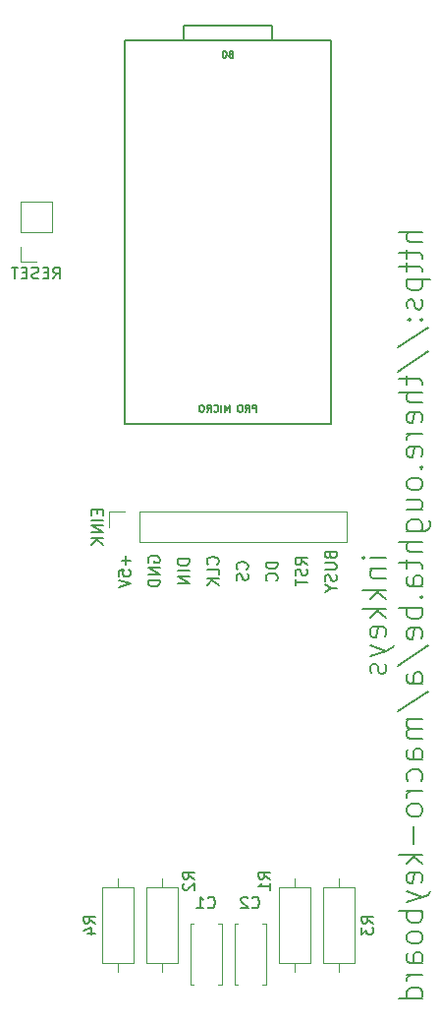
<source format=gbr>
G04 #@! TF.GenerationSoftware,KiCad,Pcbnew,(5.1.9-0-10_14)*
G04 #@! TF.CreationDate,2021-03-16T08:56:42-07:00*
G04 #@! TF.ProjectId,inkkeys,696e6b6b-6579-4732-9e6b-696361645f70,rev?*
G04 #@! TF.SameCoordinates,Original*
G04 #@! TF.FileFunction,Legend,Bot*
G04 #@! TF.FilePolarity,Positive*
%FSLAX46Y46*%
G04 Gerber Fmt 4.6, Leading zero omitted, Abs format (unit mm)*
G04 Created by KiCad (PCBNEW (5.1.9-0-10_14)) date 2021-03-16 08:56:42*
%MOMM*%
%LPD*%
G01*
G04 APERTURE LIST*
%ADD10C,0.150000*%
%ADD11C,0.127000*%
%ADD12C,0.120000*%
G04 APERTURE END LIST*
D10*
X98988571Y-79922857D02*
X99036190Y-80065714D01*
X99083809Y-80113333D01*
X99179047Y-80160952D01*
X99321904Y-80160952D01*
X99417142Y-80113333D01*
X99464761Y-80065714D01*
X99512380Y-79970476D01*
X99512380Y-79589523D01*
X98512380Y-79589523D01*
X98512380Y-79922857D01*
X98560000Y-80018095D01*
X98607619Y-80065714D01*
X98702857Y-80113333D01*
X98798095Y-80113333D01*
X98893333Y-80065714D01*
X98940952Y-80018095D01*
X98988571Y-79922857D01*
X98988571Y-79589523D01*
X98512380Y-80589523D02*
X99321904Y-80589523D01*
X99417142Y-80637142D01*
X99464761Y-80684761D01*
X99512380Y-80780000D01*
X99512380Y-80970476D01*
X99464761Y-81065714D01*
X99417142Y-81113333D01*
X99321904Y-81160952D01*
X98512380Y-81160952D01*
X99464761Y-81589523D02*
X99512380Y-81732380D01*
X99512380Y-81970476D01*
X99464761Y-82065714D01*
X99417142Y-82113333D01*
X99321904Y-82160952D01*
X99226666Y-82160952D01*
X99131428Y-82113333D01*
X99083809Y-82065714D01*
X99036190Y-81970476D01*
X98988571Y-81780000D01*
X98940952Y-81684761D01*
X98893333Y-81637142D01*
X98798095Y-81589523D01*
X98702857Y-81589523D01*
X98607619Y-81637142D01*
X98560000Y-81684761D01*
X98512380Y-81780000D01*
X98512380Y-82018095D01*
X98560000Y-82160952D01*
X99036190Y-82780000D02*
X99512380Y-82780000D01*
X98512380Y-82446666D02*
X99036190Y-82780000D01*
X98512380Y-83113333D01*
X96972380Y-80732380D02*
X96496190Y-80399047D01*
X96972380Y-80160952D02*
X95972380Y-80160952D01*
X95972380Y-80541904D01*
X96020000Y-80637142D01*
X96067619Y-80684761D01*
X96162857Y-80732380D01*
X96305714Y-80732380D01*
X96400952Y-80684761D01*
X96448571Y-80637142D01*
X96496190Y-80541904D01*
X96496190Y-80160952D01*
X96924761Y-81113333D02*
X96972380Y-81256190D01*
X96972380Y-81494285D01*
X96924761Y-81589523D01*
X96877142Y-81637142D01*
X96781904Y-81684761D01*
X96686666Y-81684761D01*
X96591428Y-81637142D01*
X96543809Y-81589523D01*
X96496190Y-81494285D01*
X96448571Y-81303809D01*
X96400952Y-81208571D01*
X96353333Y-81160952D01*
X96258095Y-81113333D01*
X96162857Y-81113333D01*
X96067619Y-81160952D01*
X96020000Y-81208571D01*
X95972380Y-81303809D01*
X95972380Y-81541904D01*
X96020000Y-81684761D01*
X95972380Y-81970476D02*
X95972380Y-82541904D01*
X96972380Y-82256190D02*
X95972380Y-82256190D01*
X94432380Y-80518095D02*
X93432380Y-80518095D01*
X93432380Y-80756190D01*
X93480000Y-80899047D01*
X93575238Y-80994285D01*
X93670476Y-81041904D01*
X93860952Y-81089523D01*
X94003809Y-81089523D01*
X94194285Y-81041904D01*
X94289523Y-80994285D01*
X94384761Y-80899047D01*
X94432380Y-80756190D01*
X94432380Y-80518095D01*
X94337142Y-82089523D02*
X94384761Y-82041904D01*
X94432380Y-81899047D01*
X94432380Y-81803809D01*
X94384761Y-81660952D01*
X94289523Y-81565714D01*
X94194285Y-81518095D01*
X94003809Y-81470476D01*
X93860952Y-81470476D01*
X93670476Y-81518095D01*
X93575238Y-81565714D01*
X93480000Y-81660952D01*
X93432380Y-81803809D01*
X93432380Y-81899047D01*
X93480000Y-82041904D01*
X93527619Y-82089523D01*
X91797142Y-81113333D02*
X91844761Y-81065714D01*
X91892380Y-80922857D01*
X91892380Y-80827619D01*
X91844761Y-80684761D01*
X91749523Y-80589523D01*
X91654285Y-80541904D01*
X91463809Y-80494285D01*
X91320952Y-80494285D01*
X91130476Y-80541904D01*
X91035238Y-80589523D01*
X90940000Y-80684761D01*
X90892380Y-80827619D01*
X90892380Y-80922857D01*
X90940000Y-81065714D01*
X90987619Y-81113333D01*
X91844761Y-81494285D02*
X91892380Y-81637142D01*
X91892380Y-81875238D01*
X91844761Y-81970476D01*
X91797142Y-82018095D01*
X91701904Y-82065714D01*
X91606666Y-82065714D01*
X91511428Y-82018095D01*
X91463809Y-81970476D01*
X91416190Y-81875238D01*
X91368571Y-81684761D01*
X91320952Y-81589523D01*
X91273333Y-81541904D01*
X91178095Y-81494285D01*
X91082857Y-81494285D01*
X90987619Y-81541904D01*
X90940000Y-81589523D01*
X90892380Y-81684761D01*
X90892380Y-81922857D01*
X90940000Y-82065714D01*
X89257142Y-80684761D02*
X89304761Y-80637142D01*
X89352380Y-80494285D01*
X89352380Y-80399047D01*
X89304761Y-80256190D01*
X89209523Y-80160952D01*
X89114285Y-80113333D01*
X88923809Y-80065714D01*
X88780952Y-80065714D01*
X88590476Y-80113333D01*
X88495238Y-80160952D01*
X88400000Y-80256190D01*
X88352380Y-80399047D01*
X88352380Y-80494285D01*
X88400000Y-80637142D01*
X88447619Y-80684761D01*
X89352380Y-81589523D02*
X89352380Y-81113333D01*
X88352380Y-81113333D01*
X89352380Y-81922857D02*
X88352380Y-81922857D01*
X89352380Y-82494285D02*
X88780952Y-82065714D01*
X88352380Y-82494285D02*
X88923809Y-81922857D01*
X86812380Y-80256190D02*
X85812380Y-80256190D01*
X85812380Y-80494285D01*
X85860000Y-80637142D01*
X85955238Y-80732380D01*
X86050476Y-80780000D01*
X86240952Y-80827619D01*
X86383809Y-80827619D01*
X86574285Y-80780000D01*
X86669523Y-80732380D01*
X86764761Y-80637142D01*
X86812380Y-80494285D01*
X86812380Y-80256190D01*
X86812380Y-81256190D02*
X85812380Y-81256190D01*
X86812380Y-81732380D02*
X85812380Y-81732380D01*
X86812380Y-82303809D01*
X85812380Y-82303809D01*
X83320000Y-80518095D02*
X83272380Y-80422857D01*
X83272380Y-80280000D01*
X83320000Y-80137142D01*
X83415238Y-80041904D01*
X83510476Y-79994285D01*
X83700952Y-79946666D01*
X83843809Y-79946666D01*
X84034285Y-79994285D01*
X84129523Y-80041904D01*
X84224761Y-80137142D01*
X84272380Y-80280000D01*
X84272380Y-80375238D01*
X84224761Y-80518095D01*
X84177142Y-80565714D01*
X83843809Y-80565714D01*
X83843809Y-80375238D01*
X84272380Y-80994285D02*
X83272380Y-80994285D01*
X84272380Y-81565714D01*
X83272380Y-81565714D01*
X84272380Y-82041904D02*
X83272380Y-82041904D01*
X83272380Y-82280000D01*
X83320000Y-82422857D01*
X83415238Y-82518095D01*
X83510476Y-82565714D01*
X83700952Y-82613333D01*
X83843809Y-82613333D01*
X84034285Y-82565714D01*
X84129523Y-82518095D01*
X84224761Y-82422857D01*
X84272380Y-82280000D01*
X84272380Y-82041904D01*
X81351428Y-79994285D02*
X81351428Y-80756190D01*
X81732380Y-80375238D02*
X80970476Y-80375238D01*
X80732380Y-81708571D02*
X80732380Y-81232380D01*
X81208571Y-81184761D01*
X81160952Y-81232380D01*
X81113333Y-81327619D01*
X81113333Y-81565714D01*
X81160952Y-81660952D01*
X81208571Y-81708571D01*
X81303809Y-81756190D01*
X81541904Y-81756190D01*
X81637142Y-81708571D01*
X81684761Y-81660952D01*
X81732380Y-81565714D01*
X81732380Y-81327619D01*
X81684761Y-81232380D01*
X81637142Y-81184761D01*
X80732380Y-82041904D02*
X81732380Y-82375238D01*
X80732380Y-82708571D01*
X103769761Y-80137619D02*
X102436428Y-80137619D01*
X101769761Y-80137619D02*
X101865000Y-80042380D01*
X101960238Y-80137619D01*
X101865000Y-80232857D01*
X101769761Y-80137619D01*
X101960238Y-80137619D01*
X102436428Y-81090000D02*
X103769761Y-81090000D01*
X102626904Y-81090000D02*
X102531666Y-81185238D01*
X102436428Y-81375714D01*
X102436428Y-81661428D01*
X102531666Y-81851904D01*
X102722142Y-81947142D01*
X103769761Y-81947142D01*
X103769761Y-82899523D02*
X101769761Y-82899523D01*
X103007857Y-83090000D02*
X103769761Y-83661428D01*
X102436428Y-83661428D02*
X103198333Y-82899523D01*
X103769761Y-84518571D02*
X101769761Y-84518571D01*
X103007857Y-84709047D02*
X103769761Y-85280476D01*
X102436428Y-85280476D02*
X103198333Y-84518571D01*
X103674523Y-86899523D02*
X103769761Y-86709047D01*
X103769761Y-86328095D01*
X103674523Y-86137619D01*
X103484047Y-86042380D01*
X102722142Y-86042380D01*
X102531666Y-86137619D01*
X102436428Y-86328095D01*
X102436428Y-86709047D01*
X102531666Y-86899523D01*
X102722142Y-86994761D01*
X102912619Y-86994761D01*
X103103095Y-86042380D01*
X102436428Y-87661428D02*
X103769761Y-88137619D01*
X102436428Y-88613809D02*
X103769761Y-88137619D01*
X104245952Y-87947142D01*
X104341190Y-87851904D01*
X104436428Y-87661428D01*
X103674523Y-89280476D02*
X103769761Y-89470952D01*
X103769761Y-89851904D01*
X103674523Y-90042380D01*
X103484047Y-90137619D01*
X103388809Y-90137619D01*
X103198333Y-90042380D01*
X103103095Y-89851904D01*
X103103095Y-89566190D01*
X103007857Y-89375714D01*
X102817380Y-89280476D01*
X102722142Y-89280476D01*
X102531666Y-89375714D01*
X102436428Y-89566190D01*
X102436428Y-89851904D01*
X102531666Y-90042380D01*
X106919761Y-52090000D02*
X104919761Y-52090000D01*
X106919761Y-52947142D02*
X105872142Y-52947142D01*
X105681666Y-52851904D01*
X105586428Y-52661428D01*
X105586428Y-52375714D01*
X105681666Y-52185238D01*
X105776904Y-52090000D01*
X105586428Y-53613809D02*
X105586428Y-54375714D01*
X104919761Y-53899523D02*
X106634047Y-53899523D01*
X106824523Y-53994761D01*
X106919761Y-54185238D01*
X106919761Y-54375714D01*
X105586428Y-54756666D02*
X105586428Y-55518571D01*
X104919761Y-55042380D02*
X106634047Y-55042380D01*
X106824523Y-55137619D01*
X106919761Y-55328095D01*
X106919761Y-55518571D01*
X105586428Y-56185238D02*
X107586428Y-56185238D01*
X105681666Y-56185238D02*
X105586428Y-56375714D01*
X105586428Y-56756666D01*
X105681666Y-56947142D01*
X105776904Y-57042380D01*
X105967380Y-57137619D01*
X106538809Y-57137619D01*
X106729285Y-57042380D01*
X106824523Y-56947142D01*
X106919761Y-56756666D01*
X106919761Y-56375714D01*
X106824523Y-56185238D01*
X106824523Y-57899523D02*
X106919761Y-58090000D01*
X106919761Y-58470952D01*
X106824523Y-58661428D01*
X106634047Y-58756666D01*
X106538809Y-58756666D01*
X106348333Y-58661428D01*
X106253095Y-58470952D01*
X106253095Y-58185238D01*
X106157857Y-57994761D01*
X105967380Y-57899523D01*
X105872142Y-57899523D01*
X105681666Y-57994761D01*
X105586428Y-58185238D01*
X105586428Y-58470952D01*
X105681666Y-58661428D01*
X106729285Y-59613809D02*
X106824523Y-59709047D01*
X106919761Y-59613809D01*
X106824523Y-59518571D01*
X106729285Y-59613809D01*
X106919761Y-59613809D01*
X105681666Y-59613809D02*
X105776904Y-59709047D01*
X105872142Y-59613809D01*
X105776904Y-59518571D01*
X105681666Y-59613809D01*
X105872142Y-59613809D01*
X104824523Y-61994761D02*
X107395952Y-60280476D01*
X104824523Y-64090000D02*
X107395952Y-62375714D01*
X105586428Y-64470952D02*
X105586428Y-65232857D01*
X104919761Y-64756666D02*
X106634047Y-64756666D01*
X106824523Y-64851904D01*
X106919761Y-65042380D01*
X106919761Y-65232857D01*
X106919761Y-65899523D02*
X104919761Y-65899523D01*
X106919761Y-66756666D02*
X105872142Y-66756666D01*
X105681666Y-66661428D01*
X105586428Y-66470952D01*
X105586428Y-66185238D01*
X105681666Y-65994761D01*
X105776904Y-65899523D01*
X106824523Y-68470952D02*
X106919761Y-68280476D01*
X106919761Y-67899523D01*
X106824523Y-67709047D01*
X106634047Y-67613809D01*
X105872142Y-67613809D01*
X105681666Y-67709047D01*
X105586428Y-67899523D01*
X105586428Y-68280476D01*
X105681666Y-68470952D01*
X105872142Y-68566190D01*
X106062619Y-68566190D01*
X106253095Y-67613809D01*
X106919761Y-69423333D02*
X105586428Y-69423333D01*
X105967380Y-69423333D02*
X105776904Y-69518571D01*
X105681666Y-69613809D01*
X105586428Y-69804285D01*
X105586428Y-69994761D01*
X106824523Y-71423333D02*
X106919761Y-71232857D01*
X106919761Y-70851904D01*
X106824523Y-70661428D01*
X106634047Y-70566190D01*
X105872142Y-70566190D01*
X105681666Y-70661428D01*
X105586428Y-70851904D01*
X105586428Y-71232857D01*
X105681666Y-71423333D01*
X105872142Y-71518571D01*
X106062619Y-71518571D01*
X106253095Y-70566190D01*
X106729285Y-72375714D02*
X106824523Y-72470952D01*
X106919761Y-72375714D01*
X106824523Y-72280476D01*
X106729285Y-72375714D01*
X106919761Y-72375714D01*
X106919761Y-73613809D02*
X106824523Y-73423333D01*
X106729285Y-73328095D01*
X106538809Y-73232857D01*
X105967380Y-73232857D01*
X105776904Y-73328095D01*
X105681666Y-73423333D01*
X105586428Y-73613809D01*
X105586428Y-73899523D01*
X105681666Y-74090000D01*
X105776904Y-74185238D01*
X105967380Y-74280476D01*
X106538809Y-74280476D01*
X106729285Y-74185238D01*
X106824523Y-74090000D01*
X106919761Y-73899523D01*
X106919761Y-73613809D01*
X105586428Y-75994761D02*
X106919761Y-75994761D01*
X105586428Y-75137619D02*
X106634047Y-75137619D01*
X106824523Y-75232857D01*
X106919761Y-75423333D01*
X106919761Y-75709047D01*
X106824523Y-75899523D01*
X106729285Y-75994761D01*
X105586428Y-77804285D02*
X107205476Y-77804285D01*
X107395952Y-77709047D01*
X107491190Y-77613809D01*
X107586428Y-77423333D01*
X107586428Y-77137619D01*
X107491190Y-76947142D01*
X106824523Y-77804285D02*
X106919761Y-77613809D01*
X106919761Y-77232857D01*
X106824523Y-77042380D01*
X106729285Y-76947142D01*
X106538809Y-76851904D01*
X105967380Y-76851904D01*
X105776904Y-76947142D01*
X105681666Y-77042380D01*
X105586428Y-77232857D01*
X105586428Y-77613809D01*
X105681666Y-77804285D01*
X106919761Y-78756666D02*
X104919761Y-78756666D01*
X106919761Y-79613809D02*
X105872142Y-79613809D01*
X105681666Y-79518571D01*
X105586428Y-79328095D01*
X105586428Y-79042380D01*
X105681666Y-78851904D01*
X105776904Y-78756666D01*
X105586428Y-80280476D02*
X105586428Y-81042380D01*
X104919761Y-80566190D02*
X106634047Y-80566190D01*
X106824523Y-80661428D01*
X106919761Y-80851904D01*
X106919761Y-81042380D01*
X106919761Y-82566190D02*
X105872142Y-82566190D01*
X105681666Y-82470952D01*
X105586428Y-82280476D01*
X105586428Y-81899523D01*
X105681666Y-81709047D01*
X106824523Y-82566190D02*
X106919761Y-82375714D01*
X106919761Y-81899523D01*
X106824523Y-81709047D01*
X106634047Y-81613809D01*
X106443571Y-81613809D01*
X106253095Y-81709047D01*
X106157857Y-81899523D01*
X106157857Y-82375714D01*
X106062619Y-82566190D01*
X106729285Y-83518571D02*
X106824523Y-83613809D01*
X106919761Y-83518571D01*
X106824523Y-83423333D01*
X106729285Y-83518571D01*
X106919761Y-83518571D01*
X106919761Y-84470952D02*
X104919761Y-84470952D01*
X105681666Y-84470952D02*
X105586428Y-84661428D01*
X105586428Y-85042380D01*
X105681666Y-85232857D01*
X105776904Y-85328095D01*
X105967380Y-85423333D01*
X106538809Y-85423333D01*
X106729285Y-85328095D01*
X106824523Y-85232857D01*
X106919761Y-85042380D01*
X106919761Y-84661428D01*
X106824523Y-84470952D01*
X106824523Y-87042380D02*
X106919761Y-86851904D01*
X106919761Y-86470952D01*
X106824523Y-86280476D01*
X106634047Y-86185238D01*
X105872142Y-86185238D01*
X105681666Y-86280476D01*
X105586428Y-86470952D01*
X105586428Y-86851904D01*
X105681666Y-87042380D01*
X105872142Y-87137619D01*
X106062619Y-87137619D01*
X106253095Y-86185238D01*
X104824523Y-89423333D02*
X107395952Y-87709047D01*
X106919761Y-90947142D02*
X105872142Y-90947142D01*
X105681666Y-90851904D01*
X105586428Y-90661428D01*
X105586428Y-90280476D01*
X105681666Y-90089999D01*
X106824523Y-90947142D02*
X106919761Y-90756666D01*
X106919761Y-90280476D01*
X106824523Y-90089999D01*
X106634047Y-89994761D01*
X106443571Y-89994761D01*
X106253095Y-90089999D01*
X106157857Y-90280476D01*
X106157857Y-90756666D01*
X106062619Y-90947142D01*
X104824523Y-93328095D02*
X107395952Y-91613809D01*
X106919761Y-93994761D02*
X105586428Y-93994761D01*
X105776904Y-93994761D02*
X105681666Y-94089999D01*
X105586428Y-94280476D01*
X105586428Y-94566190D01*
X105681666Y-94756666D01*
X105872142Y-94851904D01*
X106919761Y-94851904D01*
X105872142Y-94851904D02*
X105681666Y-94947142D01*
X105586428Y-95137619D01*
X105586428Y-95423333D01*
X105681666Y-95613809D01*
X105872142Y-95709047D01*
X106919761Y-95709047D01*
X106919761Y-97518571D02*
X105872142Y-97518571D01*
X105681666Y-97423333D01*
X105586428Y-97232857D01*
X105586428Y-96851904D01*
X105681666Y-96661428D01*
X106824523Y-97518571D02*
X106919761Y-97328095D01*
X106919761Y-96851904D01*
X106824523Y-96661428D01*
X106634047Y-96566190D01*
X106443571Y-96566190D01*
X106253095Y-96661428D01*
X106157857Y-96851904D01*
X106157857Y-97328095D01*
X106062619Y-97518571D01*
X106824523Y-99328095D02*
X106919761Y-99137619D01*
X106919761Y-98756666D01*
X106824523Y-98566190D01*
X106729285Y-98470952D01*
X106538809Y-98375714D01*
X105967380Y-98375714D01*
X105776904Y-98470952D01*
X105681666Y-98566190D01*
X105586428Y-98756666D01*
X105586428Y-99137619D01*
X105681666Y-99328095D01*
X106919761Y-100185238D02*
X105586428Y-100185238D01*
X105967380Y-100185238D02*
X105776904Y-100280476D01*
X105681666Y-100375714D01*
X105586428Y-100566190D01*
X105586428Y-100756666D01*
X106919761Y-101709047D02*
X106824523Y-101518571D01*
X106729285Y-101423333D01*
X106538809Y-101328095D01*
X105967380Y-101328095D01*
X105776904Y-101423333D01*
X105681666Y-101518571D01*
X105586428Y-101709047D01*
X105586428Y-101994761D01*
X105681666Y-102185238D01*
X105776904Y-102280476D01*
X105967380Y-102375714D01*
X106538809Y-102375714D01*
X106729285Y-102280476D01*
X106824523Y-102185238D01*
X106919761Y-101994761D01*
X106919761Y-101709047D01*
X106157857Y-103232857D02*
X106157857Y-104756666D01*
X106919761Y-105709047D02*
X104919761Y-105709047D01*
X106157857Y-105899523D02*
X106919761Y-106470952D01*
X105586428Y-106470952D02*
X106348333Y-105709047D01*
X106824523Y-108089999D02*
X106919761Y-107899523D01*
X106919761Y-107518571D01*
X106824523Y-107328095D01*
X106634047Y-107232857D01*
X105872142Y-107232857D01*
X105681666Y-107328095D01*
X105586428Y-107518571D01*
X105586428Y-107899523D01*
X105681666Y-108089999D01*
X105872142Y-108185238D01*
X106062619Y-108185238D01*
X106253095Y-107232857D01*
X105586428Y-108851904D02*
X106919761Y-109328095D01*
X105586428Y-109804285D02*
X106919761Y-109328095D01*
X107395952Y-109137619D01*
X107491190Y-109042380D01*
X107586428Y-108851904D01*
X106919761Y-110566190D02*
X104919761Y-110566190D01*
X105681666Y-110566190D02*
X105586428Y-110756666D01*
X105586428Y-111137619D01*
X105681666Y-111328095D01*
X105776904Y-111423333D01*
X105967380Y-111518571D01*
X106538809Y-111518571D01*
X106729285Y-111423333D01*
X106824523Y-111328095D01*
X106919761Y-111137619D01*
X106919761Y-110756666D01*
X106824523Y-110566190D01*
X106919761Y-112661428D02*
X106824523Y-112470952D01*
X106729285Y-112375714D01*
X106538809Y-112280476D01*
X105967380Y-112280476D01*
X105776904Y-112375714D01*
X105681666Y-112470952D01*
X105586428Y-112661428D01*
X105586428Y-112947142D01*
X105681666Y-113137619D01*
X105776904Y-113232857D01*
X105967380Y-113328095D01*
X106538809Y-113328095D01*
X106729285Y-113232857D01*
X106824523Y-113137619D01*
X106919761Y-112947142D01*
X106919761Y-112661428D01*
X106919761Y-115042380D02*
X105872142Y-115042380D01*
X105681666Y-114947142D01*
X105586428Y-114756666D01*
X105586428Y-114375714D01*
X105681666Y-114185238D01*
X106824523Y-115042380D02*
X106919761Y-114851904D01*
X106919761Y-114375714D01*
X106824523Y-114185238D01*
X106634047Y-114089999D01*
X106443571Y-114089999D01*
X106253095Y-114185238D01*
X106157857Y-114375714D01*
X106157857Y-114851904D01*
X106062619Y-115042380D01*
X106919761Y-115994761D02*
X105586428Y-115994761D01*
X105967380Y-115994761D02*
X105776904Y-116089999D01*
X105681666Y-116185238D01*
X105586428Y-116375714D01*
X105586428Y-116566190D01*
X106919761Y-118089999D02*
X104919761Y-118089999D01*
X106824523Y-118089999D02*
X106919761Y-117899523D01*
X106919761Y-117518571D01*
X106824523Y-117328095D01*
X106729285Y-117232857D01*
X106538809Y-117137619D01*
X105967380Y-117137619D01*
X105776904Y-117232857D01*
X105681666Y-117328095D01*
X105586428Y-117518571D01*
X105586428Y-117899523D01*
X105681666Y-118089999D01*
D11*
X86360000Y-34290000D02*
X86360000Y-35560000D01*
X93980000Y-34290000D02*
X86360000Y-34290000D01*
X93980000Y-35560000D02*
X93980000Y-34290000D01*
X81280000Y-35560000D02*
X99060000Y-35560000D01*
X81280000Y-68580000D02*
X81280000Y-35560000D01*
X99060000Y-68580000D02*
X81280000Y-68580000D01*
X99060000Y-35560000D02*
X99060000Y-68580000D01*
D12*
X100390000Y-76140000D02*
X100390000Y-78800000D01*
X82550000Y-76140000D02*
X100390000Y-76140000D01*
X82550000Y-78800000D02*
X100390000Y-78800000D01*
X82550000Y-76140000D02*
X82550000Y-78800000D01*
X81280000Y-76140000D02*
X79950000Y-76140000D01*
X79950000Y-76140000D02*
X79950000Y-77470000D01*
X72330000Y-54670000D02*
X73660000Y-54670000D01*
X72330000Y-53340000D02*
X72330000Y-54670000D01*
X72330000Y-52070000D02*
X74990000Y-52070000D01*
X74990000Y-52070000D02*
X74990000Y-49470000D01*
X72330000Y-52070000D02*
X72330000Y-49470000D01*
X72330000Y-49470000D02*
X74990000Y-49470000D01*
X86895000Y-111640000D02*
X86895000Y-116880000D01*
X89635000Y-111640000D02*
X89635000Y-116880000D01*
X86895000Y-111640000D02*
X87210000Y-111640000D01*
X89320000Y-111640000D02*
X89635000Y-111640000D01*
X86895000Y-116880000D02*
X87210000Y-116880000D01*
X89320000Y-116880000D02*
X89635000Y-116880000D01*
X93130000Y-116880000D02*
X93445000Y-116880000D01*
X90705000Y-116880000D02*
X91020000Y-116880000D01*
X93130000Y-111640000D02*
X93445000Y-111640000D01*
X90705000Y-111640000D02*
X91020000Y-111640000D01*
X93445000Y-111640000D02*
X93445000Y-116880000D01*
X90705000Y-111640000D02*
X90705000Y-116880000D01*
X95885000Y-107720000D02*
X95885000Y-108490000D01*
X95885000Y-115800000D02*
X95885000Y-115030000D01*
X97255000Y-108490000D02*
X97255000Y-115030000D01*
X94515000Y-108490000D02*
X97255000Y-108490000D01*
X94515000Y-115030000D02*
X94515000Y-108490000D01*
X97255000Y-115030000D02*
X94515000Y-115030000D01*
X85825000Y-115030000D02*
X83085000Y-115030000D01*
X83085000Y-115030000D02*
X83085000Y-108490000D01*
X83085000Y-108490000D02*
X85825000Y-108490000D01*
X85825000Y-108490000D02*
X85825000Y-115030000D01*
X84455000Y-115800000D02*
X84455000Y-115030000D01*
X84455000Y-107720000D02*
X84455000Y-108490000D01*
X99695000Y-115800000D02*
X99695000Y-115030000D01*
X99695000Y-107720000D02*
X99695000Y-108490000D01*
X98325000Y-115030000D02*
X98325000Y-108490000D01*
X101065000Y-115030000D02*
X98325000Y-115030000D01*
X101065000Y-108490000D02*
X101065000Y-115030000D01*
X98325000Y-108490000D02*
X101065000Y-108490000D01*
X79275000Y-108490000D02*
X82015000Y-108490000D01*
X82015000Y-108490000D02*
X82015000Y-115030000D01*
X82015000Y-115030000D02*
X79275000Y-115030000D01*
X79275000Y-115030000D02*
X79275000Y-108490000D01*
X80645000Y-107720000D02*
X80645000Y-108490000D01*
X80645000Y-115800000D02*
X80645000Y-115030000D01*
D11*
X90416742Y-36786457D02*
X90329657Y-36815485D01*
X90300628Y-36844514D01*
X90271600Y-36902571D01*
X90271600Y-36989657D01*
X90300628Y-37047714D01*
X90329657Y-37076742D01*
X90387714Y-37105771D01*
X90619942Y-37105771D01*
X90619942Y-36496171D01*
X90416742Y-36496171D01*
X90358685Y-36525200D01*
X90329657Y-36554228D01*
X90300628Y-36612285D01*
X90300628Y-36670342D01*
X90329657Y-36728400D01*
X90358685Y-36757428D01*
X90416742Y-36786457D01*
X90619942Y-36786457D01*
X89894228Y-36496171D02*
X89836171Y-36496171D01*
X89778114Y-36525200D01*
X89749085Y-36554228D01*
X89720057Y-36612285D01*
X89691028Y-36728400D01*
X89691028Y-36873542D01*
X89720057Y-36989657D01*
X89749085Y-37047714D01*
X89778114Y-37076742D01*
X89836171Y-37105771D01*
X89894228Y-37105771D01*
X89952285Y-37076742D01*
X89981314Y-37047714D01*
X90010342Y-36989657D01*
X90039371Y-36873542D01*
X90039371Y-36728400D01*
X90010342Y-36612285D01*
X89981314Y-36554228D01*
X89952285Y-36525200D01*
X89894228Y-36496171D01*
X92608400Y-67585771D02*
X92608400Y-66976171D01*
X92376171Y-66976171D01*
X92318114Y-67005200D01*
X92289085Y-67034228D01*
X92260057Y-67092285D01*
X92260057Y-67179371D01*
X92289085Y-67237428D01*
X92318114Y-67266457D01*
X92376171Y-67295485D01*
X92608400Y-67295485D01*
X91650457Y-67585771D02*
X91853657Y-67295485D01*
X91998800Y-67585771D02*
X91998800Y-66976171D01*
X91766571Y-66976171D01*
X91708514Y-67005200D01*
X91679485Y-67034228D01*
X91650457Y-67092285D01*
X91650457Y-67179371D01*
X91679485Y-67237428D01*
X91708514Y-67266457D01*
X91766571Y-67295485D01*
X91998800Y-67295485D01*
X91273085Y-66976171D02*
X91156971Y-66976171D01*
X91098914Y-67005200D01*
X91040857Y-67063257D01*
X91011828Y-67179371D01*
X91011828Y-67382571D01*
X91040857Y-67498685D01*
X91098914Y-67556742D01*
X91156971Y-67585771D01*
X91273085Y-67585771D01*
X91331142Y-67556742D01*
X91389200Y-67498685D01*
X91418228Y-67382571D01*
X91418228Y-67179371D01*
X91389200Y-67063257D01*
X91331142Y-67005200D01*
X91273085Y-66976171D01*
X90286114Y-67585771D02*
X90286114Y-66976171D01*
X90082914Y-67411600D01*
X89879714Y-66976171D01*
X89879714Y-67585771D01*
X89589428Y-67585771D02*
X89589428Y-66976171D01*
X88950800Y-67527714D02*
X88979828Y-67556742D01*
X89066914Y-67585771D01*
X89124971Y-67585771D01*
X89212057Y-67556742D01*
X89270114Y-67498685D01*
X89299142Y-67440628D01*
X89328171Y-67324514D01*
X89328171Y-67237428D01*
X89299142Y-67121314D01*
X89270114Y-67063257D01*
X89212057Y-67005200D01*
X89124971Y-66976171D01*
X89066914Y-66976171D01*
X88979828Y-67005200D01*
X88950800Y-67034228D01*
X88341200Y-67585771D02*
X88544400Y-67295485D01*
X88689542Y-67585771D02*
X88689542Y-66976171D01*
X88457314Y-66976171D01*
X88399257Y-67005200D01*
X88370228Y-67034228D01*
X88341200Y-67092285D01*
X88341200Y-67179371D01*
X88370228Y-67237428D01*
X88399257Y-67266457D01*
X88457314Y-67295485D01*
X88689542Y-67295485D01*
X87963828Y-66976171D02*
X87847714Y-66976171D01*
X87789657Y-67005200D01*
X87731600Y-67063257D01*
X87702571Y-67179371D01*
X87702571Y-67382571D01*
X87731600Y-67498685D01*
X87789657Y-67556742D01*
X87847714Y-67585771D01*
X87963828Y-67585771D01*
X88021885Y-67556742D01*
X88079942Y-67498685D01*
X88108971Y-67382571D01*
X88108971Y-67179371D01*
X88079942Y-67063257D01*
X88021885Y-67005200D01*
X87963828Y-66976171D01*
D10*
X78878571Y-75993809D02*
X78878571Y-76327142D01*
X79402380Y-76470000D02*
X79402380Y-75993809D01*
X78402380Y-75993809D01*
X78402380Y-76470000D01*
X79402380Y-76898571D02*
X78402380Y-76898571D01*
X79402380Y-77374761D02*
X78402380Y-77374761D01*
X79402380Y-77946190D01*
X78402380Y-77946190D01*
X79402380Y-78422380D02*
X78402380Y-78422380D01*
X79402380Y-78993809D02*
X78830952Y-78565238D01*
X78402380Y-78993809D02*
X78973809Y-78422380D01*
X75112380Y-56122380D02*
X75445714Y-55646190D01*
X75683809Y-56122380D02*
X75683809Y-55122380D01*
X75302857Y-55122380D01*
X75207619Y-55170000D01*
X75160000Y-55217619D01*
X75112380Y-55312857D01*
X75112380Y-55455714D01*
X75160000Y-55550952D01*
X75207619Y-55598571D01*
X75302857Y-55646190D01*
X75683809Y-55646190D01*
X74683809Y-55598571D02*
X74350476Y-55598571D01*
X74207619Y-56122380D02*
X74683809Y-56122380D01*
X74683809Y-55122380D01*
X74207619Y-55122380D01*
X73826666Y-56074761D02*
X73683809Y-56122380D01*
X73445714Y-56122380D01*
X73350476Y-56074761D01*
X73302857Y-56027142D01*
X73255238Y-55931904D01*
X73255238Y-55836666D01*
X73302857Y-55741428D01*
X73350476Y-55693809D01*
X73445714Y-55646190D01*
X73636190Y-55598571D01*
X73731428Y-55550952D01*
X73779047Y-55503333D01*
X73826666Y-55408095D01*
X73826666Y-55312857D01*
X73779047Y-55217619D01*
X73731428Y-55170000D01*
X73636190Y-55122380D01*
X73398095Y-55122380D01*
X73255238Y-55170000D01*
X72826666Y-55598571D02*
X72493333Y-55598571D01*
X72350476Y-56122380D02*
X72826666Y-56122380D01*
X72826666Y-55122380D01*
X72350476Y-55122380D01*
X72064761Y-55122380D02*
X71493333Y-55122380D01*
X71779047Y-56122380D02*
X71779047Y-55122380D01*
X88431666Y-110212142D02*
X88479285Y-110259761D01*
X88622142Y-110307380D01*
X88717380Y-110307380D01*
X88860238Y-110259761D01*
X88955476Y-110164523D01*
X89003095Y-110069285D01*
X89050714Y-109878809D01*
X89050714Y-109735952D01*
X89003095Y-109545476D01*
X88955476Y-109450238D01*
X88860238Y-109355000D01*
X88717380Y-109307380D01*
X88622142Y-109307380D01*
X88479285Y-109355000D01*
X88431666Y-109402619D01*
X87479285Y-110307380D02*
X88050714Y-110307380D01*
X87765000Y-110307380D02*
X87765000Y-109307380D01*
X87860238Y-109450238D01*
X87955476Y-109545476D01*
X88050714Y-109593095D01*
X92241666Y-110212142D02*
X92289285Y-110259761D01*
X92432142Y-110307380D01*
X92527380Y-110307380D01*
X92670238Y-110259761D01*
X92765476Y-110164523D01*
X92813095Y-110069285D01*
X92860714Y-109878809D01*
X92860714Y-109735952D01*
X92813095Y-109545476D01*
X92765476Y-109450238D01*
X92670238Y-109355000D01*
X92527380Y-109307380D01*
X92432142Y-109307380D01*
X92289285Y-109355000D01*
X92241666Y-109402619D01*
X91860714Y-109402619D02*
X91813095Y-109355000D01*
X91717857Y-109307380D01*
X91479761Y-109307380D01*
X91384523Y-109355000D01*
X91336904Y-109402619D01*
X91289285Y-109497857D01*
X91289285Y-109593095D01*
X91336904Y-109735952D01*
X91908333Y-110307380D01*
X91289285Y-110307380D01*
X93797380Y-107783333D02*
X93321190Y-107450000D01*
X93797380Y-107211904D02*
X92797380Y-107211904D01*
X92797380Y-107592857D01*
X92845000Y-107688095D01*
X92892619Y-107735714D01*
X92987857Y-107783333D01*
X93130714Y-107783333D01*
X93225952Y-107735714D01*
X93273571Y-107688095D01*
X93321190Y-107592857D01*
X93321190Y-107211904D01*
X93797380Y-108735714D02*
X93797380Y-108164285D01*
X93797380Y-108450000D02*
X92797380Y-108450000D01*
X92940238Y-108354761D01*
X93035476Y-108259523D01*
X93083095Y-108164285D01*
X87277380Y-107783333D02*
X86801190Y-107450000D01*
X87277380Y-107211904D02*
X86277380Y-107211904D01*
X86277380Y-107592857D01*
X86325000Y-107688095D01*
X86372619Y-107735714D01*
X86467857Y-107783333D01*
X86610714Y-107783333D01*
X86705952Y-107735714D01*
X86753571Y-107688095D01*
X86801190Y-107592857D01*
X86801190Y-107211904D01*
X86372619Y-108164285D02*
X86325000Y-108211904D01*
X86277380Y-108307142D01*
X86277380Y-108545238D01*
X86325000Y-108640476D01*
X86372619Y-108688095D01*
X86467857Y-108735714D01*
X86563095Y-108735714D01*
X86705952Y-108688095D01*
X87277380Y-108116666D01*
X87277380Y-108735714D01*
X102687380Y-111593333D02*
X102211190Y-111260000D01*
X102687380Y-111021904D02*
X101687380Y-111021904D01*
X101687380Y-111402857D01*
X101735000Y-111498095D01*
X101782619Y-111545714D01*
X101877857Y-111593333D01*
X102020714Y-111593333D01*
X102115952Y-111545714D01*
X102163571Y-111498095D01*
X102211190Y-111402857D01*
X102211190Y-111021904D01*
X101687380Y-111926666D02*
X101687380Y-112545714D01*
X102068333Y-112212380D01*
X102068333Y-112355238D01*
X102115952Y-112450476D01*
X102163571Y-112498095D01*
X102258809Y-112545714D01*
X102496904Y-112545714D01*
X102592142Y-112498095D01*
X102639761Y-112450476D01*
X102687380Y-112355238D01*
X102687380Y-112069523D01*
X102639761Y-111974285D01*
X102592142Y-111926666D01*
X78727380Y-111593333D02*
X78251190Y-111260000D01*
X78727380Y-111021904D02*
X77727380Y-111021904D01*
X77727380Y-111402857D01*
X77775000Y-111498095D01*
X77822619Y-111545714D01*
X77917857Y-111593333D01*
X78060714Y-111593333D01*
X78155952Y-111545714D01*
X78203571Y-111498095D01*
X78251190Y-111402857D01*
X78251190Y-111021904D01*
X78060714Y-112450476D02*
X78727380Y-112450476D01*
X77679761Y-112212380D02*
X78394047Y-111974285D01*
X78394047Y-112593333D01*
M02*

</source>
